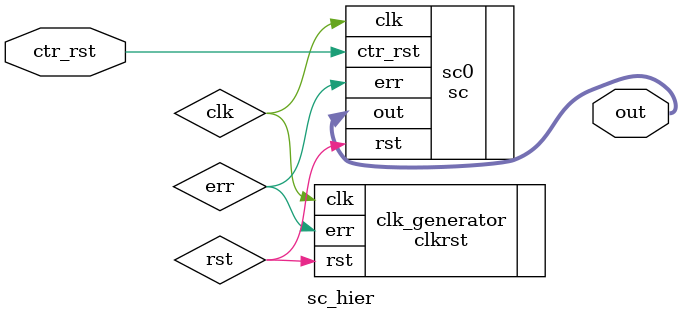
<source format=v>
module sc_hier (/*AUTOARG*/
   // Outputs
   out, 
   // Inputs
   ctr_rst
   );
   

   input ctr_rst;
   output [2:0] out;
   
   wire         err;
   wire         clk;
   wire         rst;
   
   clkrst clk_generator(.clk(clk), .rst(rst), .err(err) );
   sc sc0(/*AUTOINST*/
          // Outputs
          .out                          (out[2:0]),
          .err                          (err),
          // Inputs
          .clk                          (clk),
          .rst                          (rst),
          .ctr_rst                      (ctr_rst));
   
endmodule

</source>
